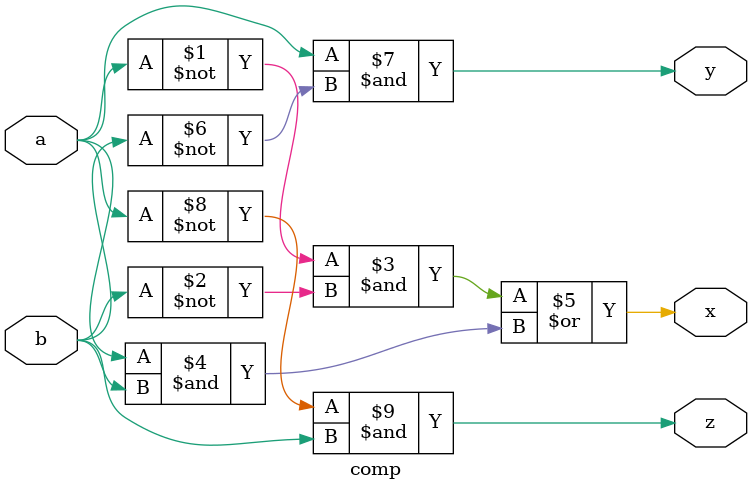
<source format=sv>
/*module comp(x,y,z,a,b);
  
  output x,y,z;
  input a,b;
  // x represents a=b
  //y represents a>b
  //z represents a<b
  xnor(x,a,b);
  and(y,a,w1);
  not(w1,b);
  and(z,b,w2);
  not(w2,a);
  
  endmodule*/
  

module comp(x,y,z,a,b);
  output x,y,z;
  input a,b;
  
  assign x = (~a & ~b | a & b);
  assign y = a & ~b;
  assign z = ~a & b;
  
endmodule 


    
</source>
